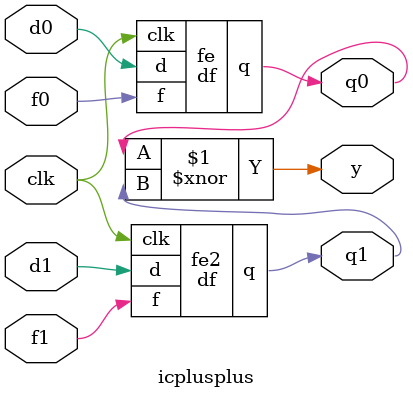
<source format=v>
`timescale 1ns / 1ps

module df(
    input d,
    input f,
    input clk,
    output reg q
    );
    
    initial begin
        q = 0;
    end
	
    always @(posedge clk) begin
		if(d == 1'b0 && f == 1'b0) begin
			q <= 1'b1; 
		end
		else if(d == 1'b1 && f == 1'b0) begin
			q <= 1'b0; 
		end
		else if(d == 1'b1 && f == 1'b1) begin
			q <= ~q; 
		end	
		
	end	


endmodule







module icplusplus(
	input d0,
	input f0,
	input d1,
	input f1,
	input clk,
	output q0,
	output q1,
	output y
	
   ); 
	
		df fe(d0,f0,clk,q0);
		 
		df fe2(d1,f1,clk,q1);	
		  
		assign y = q0 ~^ q1;  
	




endmodule
</source>
